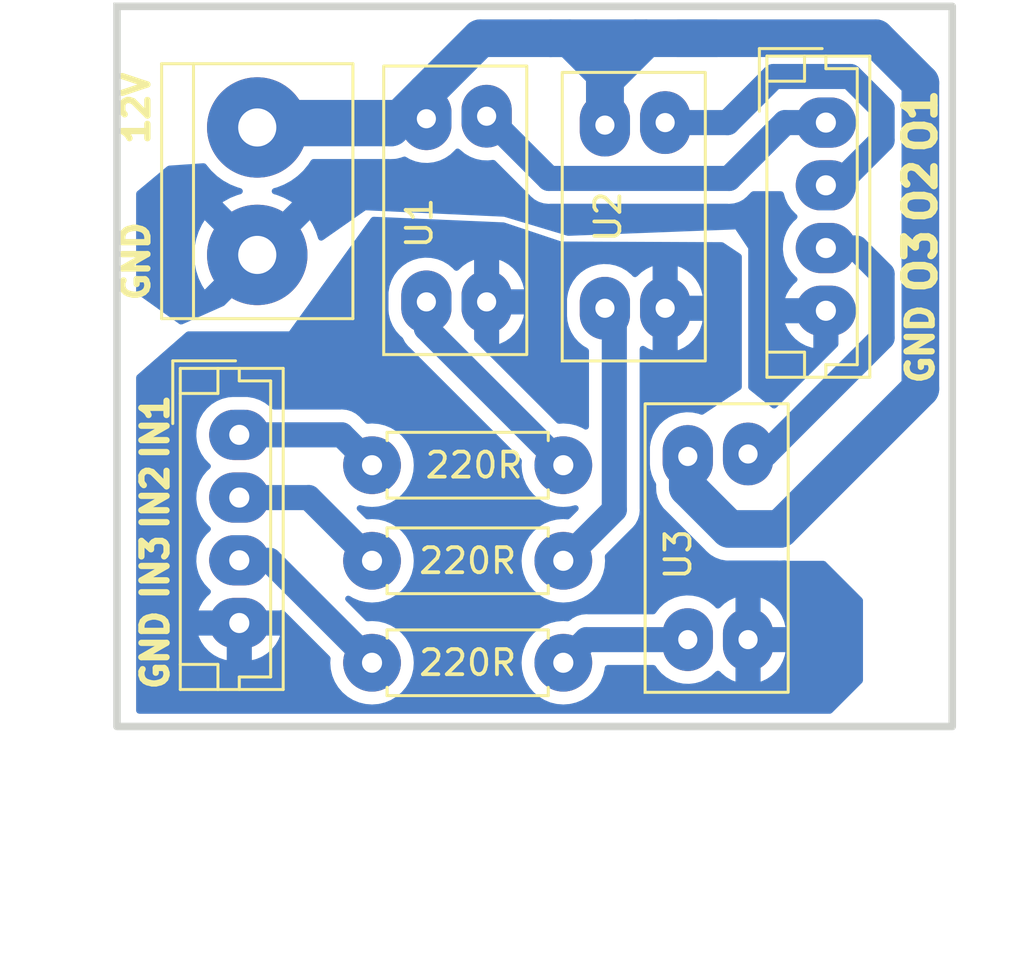
<source format=kicad_pcb>
(kicad_pcb (version 20211014) (generator pcbnew)
  (layers (0 "F.Cu" signal) (31 "B.Cu" signal) (34 "B.Paste" user) (35 "F.Paste" user) (36 "B.SilkS" user "B.Silkscreen") (37 "F.SilkS" user "F.Silkscreen") (38 "B.Mask" user) (39 "F.Mask" user) (44 "Edge.Cuts" user))
  (net 0 "")
  (net 1 "GND")
  (net 2 "/numi3")
  (net 3 "/numi2")
  (net 4 "/numi1")
  (net 5 "/numo3")
  (net 6 "/numo2")
  (net 7 "/numo1")
  (net 8 "/12v")
  (net 9 "Net-(J1-Pad3)")
  (net 10 "Net-(J1-Pad2)")
  (net 11 "Net-(J1-Pad1)")
  (footprint "MY_LIB:bornier2" (layer "F.Cu") (at 100.584 45.974 -90)
    (fp_text reference "J3" hide)
    (fp_text value "Conn_01x02_Male")
    (fp_line (start -2.54 3.81) (end 7.62 3.81) (layer "F.SilkS") (width 0.12))
    (fp_line (start 7.62 -3.81) (end -2.54 -3.81) (layer "F.SilkS") (width 0.12))
    (fp_line (start 7.62 2.54) (end -2.54 2.54) (layer "F.SilkS") (width 0.12))
    (fp_line (start 7.62 3.81) (end 7.62 -3.81) (layer "F.SilkS") (width 0.12))
    (fp_line (start -2.54 -3.81) (end -2.54 3.81) (layer "F.SilkS") (width 0.12))
    (pad "1" thru_hole circle locked (at 0 0 270) (size 4 4) (drill 1.52) (layers *.Cu *.Mask) (net 8 "/12v"))
    (pad "2" thru_hole circle locked (at 5.08 0 270) (size 4 4) (drill 1.52) (layers *.Cu *.Mask) (net 1 "GND"))
  )
  (footprint "MY_LIB:Resistor_small" (layer "F.Cu") (at 105.156 59.436)
    (fp_text reference "220R" (at 4.064 0) (layer "F.SilkS"))
    (fp_text value "R")
    (fp_line (start 0.6 -1.31) (end 7.02 -1.31) (layer "F.SilkS") (width 0.12))
    (fp_line (start 0.6 0.98) (end 0.6 1.31) (layer "F.SilkS") (width 0.12))
    (fp_line (start 7.02 -1.31) (end 7.02 -0.98) (layer "F.SilkS") (width 0.12))
    (fp_line (start 0.6 -0.98) (end 0.6 -1.31) (layer "F.SilkS") (width 0.12))
    (fp_line (start 0.6 1.31) (end 7.02 1.31) (layer "F.SilkS") (width 0.12))
    (fp_line (start 7.02 1.31) (end 7.02 0.98) (layer "F.SilkS") (width 0.12))
    (pad "1" thru_hole circle locked (at 0 0) (size 2.3 2.3) (drill 0.8) (layers *.Cu *.Mask) (net 11 "Net-(J1-Pad1)"))
    (pad "2" thru_hole circle locked (at 7.62 0) (size 2.3 2.3) (drill 0.8) (layers *.Cu *.Mask) (net 4 "/numi1"))
  )
  (footprint "MY_LIB:Resistor_small" (layer "F.Cu") (at 105.156 67.31)
    (fp_text reference "220R" (at 3.81 0) (layer "F.SilkS"))
    (fp_text value "R")
    (fp_line (start 0.6 -1.31) (end 7.02 -1.31) (layer "F.SilkS") (width 0.12))
    (fp_line (start 7.02 -1.31) (end 7.02 -0.98) (layer "F.SilkS") (width 0.12))
    (fp_line (start 0.6 -0.98) (end 0.6 -1.31) (layer "F.SilkS") (width 0.12))
    (fp_line (start 0.6 1.31) (end 7.02 1.31) (layer "F.SilkS") (width 0.12))
    (fp_line (start 0.6 0.98) (end 0.6 1.31) (layer "F.SilkS") (width 0.12))
    (fp_line (start 7.02 1.31) (end 7.02 0.98) (layer "F.SilkS") (width 0.12))
    (pad "1" thru_hole circle locked (at 0 0) (size 2.3 2.3) (drill 0.8) (layers *.Cu *.Mask) (net 9 "Net-(J1-Pad3)"))
    (pad "2" thru_hole circle locked (at 7.62 0) (size 2.3 2.3) (drill 0.8) (layers *.Cu *.Mask) (net 2 "/numi3"))
  )
  (footprint "MY_LIB:jst_4" (layer "F.Cu") (at 99.868 58.226 -90)
    (fp_text reference "J1" hide)
    (fp_text value "Conn_01x04_Male")
    (fp_line (start -2.15 -1.25) (end 9.65 -1.25) (layer "F.SilkS") (width 0.12))
    (fp_line (start 10.15 -1.75) (end -2.65 -1.75) (layer "F.SilkS") (width 0.12))
    (fp_line (start -2.65 0) (end -2.15 0) (layer "F.SilkS") (width 0.12))
    (fp_line (start -2.65 2.35) (end 10.15 2.35) (layer "F.SilkS") (width 0.12))
    (fp_line (start -2.65 -1.75) (end -2.65 2.35) (layer "F.SilkS") (width 0.12))
    (fp_line (start -2.95 2.65) (end -0.45 2.65) (layer "F.SilkS") (width 0.12))
    (fp_line (start 9.15 0.85) (end 9.15 2.35) (layer "F.SilkS") (width 0.12))
    (fp_line (start -1.65 0.85) (end -1.65 2.35) (layer "F.SilkS") (width 0.12))
    (fp_line (start 10.15 2.35) (end 10.15 -1.75) (layer "F.SilkS") (width 0.12))
    (fp_line (start 9.65 -1.25) (end 9.65 0) (layer "F.SilkS") (width 0.12))
    (fp_line (start 9.65 0) (end 10.15 0) (layer "F.SilkS") (width 0.12))
    (fp_line (start 10.15 0.85) (end 9.15 0.85) (layer "F.SilkS") (width 0.12))
    (fp_line (start -2.15 0) (end -2.15 -1.25) (layer "F.SilkS") (width 0.12))
    (fp_line (start -2.65 0.85) (end -1.65 0.85) (layer "F.SilkS") (width 0.12))
    (fp_line (start -2.95 0.15) (end -2.95 2.65) (layer "F.SilkS") (width 0.12))
    (pad "1" thru_hole oval locked (at 0 0 270) (size 2 2.4) (drill 0.8) (layers *.Cu *.Mask) (net 11 "Net-(J1-Pad1)"))
    (pad "2" thru_hole oval locked (at 2.5 0 270) (size 2 2.4) (drill 0.8) (layers *.Cu *.Mask) (net 10 "Net-(J1-Pad2)"))
    (pad "3" thru_hole oval locked (at 5 0 270) (size 2 2.4) (drill 0.8) (layers *.Cu *.Mask) (net 9 "Net-(J1-Pad3)"))
    (pad "4" thru_hole oval locked (at 7.5 0 270) (size 2 2.4) (drill 0.8) (layers *.Cu *.Mask) (net 1 "GND"))
  )
  (footprint "optocoupler:U" (layer "F.Cu") (at 112.121 50.026 90)
    (fp_text reference "U1" (at 0.242 -5.08 90 unlocked) (layer "F.SilkS"))
    (fp_text value "NSL-32")
    (fp_rect (start -5 -6.5) (end 6.5 -0.8) (layer "F.SilkS") (width 0.12) (fill none))
    (pad "1" thru_hole oval (at -2.9 -4.8 90) (size 2.5 2) (drill 0.762) (layers *.Cu *.Mask) (net 4 "/numi1"))
    (pad "2" thru_hole oval (at -2.9 -2.4 90) (size 2.5 2) (drill 0.762) (layers *.Cu *.Mask) (net 1 "GND"))
    (pad "3" thru_hole oval (at 4.5 -2.4 90) (size 2.5 2) (drill 0.762) (layers *.Cu *.Mask) (net 7 "/numo1"))
    (pad "4" thru_hole oval (at 4.4 -4.8 90) (size 2.5 2) (drill 0.762) (layers *.Cu *.Mask) (net 8 "/12v"))
  )
  (footprint "MY_LIB:Resistor_small" (layer "F.Cu") (at 105.156 63.246)
    (fp_text reference "220R" (at 3.81 0) (layer "F.SilkS"))
    (fp_text value "R")
    (fp_line (start 7.02 -1.31) (end 7.02 -0.98) (layer "F.SilkS") (width 0.12))
    (fp_line (start 0.6 0.98) (end 0.6 1.31) (layer "F.SilkS") (width 0.12))
    (fp_line (start 7.02 1.31) (end 7.02 0.98) (layer "F.SilkS") (width 0.12))
    (fp_line (start 0.6 -0.98) (end 0.6 -1.31) (layer "F.SilkS") (width 0.12))
    (fp_line (start 0.6 -1.31) (end 7.02 -1.31) (layer "F.SilkS") (width 0.12))
    (fp_line (start 0.6 1.31) (end 7.02 1.31) (layer "F.SilkS") (width 0.12))
    (pad "1" thru_hole circle locked (at 0 0) (size 2.3 2.3) (drill 0.8) (layers *.Cu *.Mask) (net 10 "Net-(J1-Pad2)"))
    (pad "2" thru_hole circle locked (at 7.62 0) (size 2.3 2.3) (drill 0.8) (layers *.Cu *.Mask) (net 3 "/numi2"))
  )
  (footprint "optocoupler:U" (layer "F.Cu") (at 122.535 63.488 90)
    (fp_text reference "U3" (at 0.496 -5.187 90 unlocked) (layer "F.SilkS"))
    (fp_text value "NSL-32")
    (fp_rect (start -5 -6.5) (end 6.5 -0.8) (layer "F.SilkS") (width 0.12) (fill none))
    (pad "1" thru_hole oval (at -2.9 -4.8 90) (size 2.5 2) (drill 0.762) (layers *.Cu *.Mask) (net 2 "/numi3"))
    (pad "2" thru_hole oval (at -2.9 -2.4 90) (size 2.5 2) (drill 0.762) (layers *.Cu *.Mask) (net 1 "GND"))
    (pad "3" thru_hole oval (at 4.5 -2.4 90) (size 2.5 2) (drill 0.762) (layers *.Cu *.Mask) (net 5 "/numo3"))
    (pad "4" thru_hole oval (at 4.4 -4.8 90) (size 2.5 2) (drill 0.762) (layers *.Cu *.Mask) (net 8 "/12v"))
  )
  (footprint "optocoupler:U" (layer "F.Cu") (at 119.233 50.28 90)
    (fp_text reference "U2" (at 0.75 -4.679 90 unlocked) (layer "F.SilkS"))
    (fp_text value "NSL-32")
    (fp_rect (start -5 -6.5) (end 6.5 -0.8) (layer "F.SilkS") (width 0.12) (fill none))
    (pad "1" thru_hole oval (at -2.9 -4.8 90) (size 2.5 2) (drill 0.762) (layers *.Cu *.Mask) (net 3 "/numi2"))
    (pad "2" thru_hole oval (at -2.9 -2.4 90) (size 2.5 2) (drill 0.762) (layers *.Cu *.Mask) (net 1 "GND"))
    (pad "3" thru_hole oval (at 4.5 -2.4 90) (size 2.5 2) (drill 0.762) (layers *.Cu *.Mask) (net 6 "/numo2"))
    (pad "4" thru_hole oval (at 4.4 -4.8 90) (size 2.5 2) (drill 0.762) (layers *.Cu *.Mask) (net 8 "/12v"))
  )
  (footprint "MY_LIB:jst_4" (layer "F.Cu") (at 123.236 45.78 -90)
    (fp_text reference "J2" hide)
    (fp_text value "Conn_01x04_Male")
    (fp_line (start 10.15 0.85) (end 9.15 0.85) (layer "F.SilkS") (width 0.12))
    (fp_line (start -2.95 2.65) (end -0.45 2.65) (layer "F.SilkS") (width 0.12))
    (fp_line (start -2.15 0) (end -2.15 -1.25) (layer "F.SilkS") (width 0.12))
    (fp_line (start 9.15 0.85) (end 9.15 2.35) (layer "F.SilkS") (width 0.12))
    (fp_line (start -2.65 2.35) (end 10.15 2.35) (layer "F.SilkS") (width 0.12))
    (fp_line (start 10.15 2.35) (end 10.15 -1.75) (layer "F.SilkS") (width 0.12))
    (fp_line (start 9.65 0) (end 10.15 0) (layer "F.SilkS") (width 0.12))
    (fp_line (start -2.15 -1.25) (end 9.65 -1.25) (layer "F.SilkS") (width 0.12))
    (fp_line (start -2.65 -1.75) (end -2.65 2.35) (layer "F.SilkS") (width 0.12))
    (fp_line (start -2.65 0.85) (end -1.65 0.85) (layer "F.SilkS") (width 0.12))
    (fp_line (start -2.65 0) (end -2.15 0) (layer "F.SilkS") (width 0.12))
    (fp_line (start -1.65 0.85) (end -1.65 2.35) (layer "F.SilkS") (width 0.12))
    (fp_line (start -2.95 0.15) (end -2.95 2.65) (layer "F.SilkS") (width 0.12))
    (fp_line (start 9.65 -1.25) (end 9.65 0) (layer "F.SilkS") (width 0.12))
    (fp_line (start 10.15 -1.75) (end -2.65 -1.75) (layer "F.SilkS") (width 0.12))
    (pad "1" thru_hole oval locked (at 0 0 270) (size 2 2.4) (drill 0.8) (layers *.Cu *.Mask) (net 7 "/numo1"))
    (pad "2" thru_hole oval locked (at 2.5 0 270) (size 2 2.4) (drill 0.8) (layers *.Cu *.Mask) (net 6 "/numo2"))
    (pad "3" thru_hole oval locked (at 5 0 270) (size 2 2.4) (drill 0.8) (layers *.Cu *.Mask) (net 5 "/numo3"))
    (pad "4" thru_hole oval locked (at 7.5 0 270) (size 2 2.4) (drill 0.8) (layers *.Cu *.Mask) (net 1 "GND"))
  )
  (gr_rect (start 94.996 41.148) (end 128.27 69.85) (layer "Edge.Cuts") (width 0.3) (fill none))
  (gr_text "IN1\n" (at 96.52 57.912 90) (layer "F.SilkS") (effects (font (size 1 1) (thickness 0.25))))
  (gr_text "GND" (at 96.52 66.802 90) (layer "F.SilkS") (effects (font (size 1 1) (thickness 0.25))))
  (gr_text "GND" (at 95.758 51.308 90) (layer "F.SilkS") (effects (font (size 1 1) (thickness 0.25))))
  (gr_text "IN2" (at 96.52 60.706 90) (layer "F.SilkS") (effects (font (size 1 1) (thickness 0.25))))
  (gr_text "GND" (at 127 54.61 90) (layer "F.SilkS") (effects (font (size 1 1) (thickness 0.25))))
  (gr_text "O1" (at 127 45.72 90) (layer "F.SilkS") (effects (font (size 1.2 1.2) (thickness 0.3))))
  (gr_text "O3" (at 127 51.308 90) (layer "F.SilkS") (effects (font (size 1.2 1.2) (thickness 0.3))))
  (gr_text "IN3" (at 96.52 63.5 90) (layer "F.SilkS") (effects (font (size 1 1) (thickness 0.25))))
  (gr_text "12V" (at 95.758 45.212 90) (layer "F.SilkS") (effects (font (size 1 1) (thickness 0.25))))
  (gr_text "O2" (at 127 48.514 90) (layer "F.SilkS") (effects (font (size 1.2 1.2) (thickness 0.3))))
  (segment (start 113.698 66.388) (end 112.776 67.31) (width 1) (layer "B.Cu") (net 2))
  (segment (start 117.735 66.388) (end 113.698 66.388) (width 1) (layer "B.Cu") (net 2))
  (segment (start 114.808 61.214) (end 112.776 63.246) (width 1) (layer "B.Cu") (net 3))
  (segment (start 114.433 53.18) (end 114.808 53.555) (width 1) (layer "B.Cu") (net 3))
  (segment (start 114.808 53.555) (end 114.808 61.214) (width 1) (layer "B.Cu") (net 3))
  (segment (start 107.321 52.926) (end 107.321 53.981) (width 1) (layer "B.Cu") (net 4))
  (segment (start 107.321 53.981) (end 112.776 59.436) (width 1) (layer "B.Cu") (net 4))
  (segment (start 125.476 54.356) (end 120.844 58.988) (width 1) (layer "B.Cu") (net 5))
  (segment (start 120.844 58.988) (end 120.135 58.988) (width 1) (layer "B.Cu") (net 5))
  (segment (start 124.44 50.78) (end 125.476 51.816) (width 1) (layer "B.Cu") (net 5))
  (segment (start 123.236 50.78) (end 124.44 50.78) (width 1) (layer "B.Cu") (net 5))
  (segment (start 125.476 51.816) (end 125.476 54.356) (width 1) (layer "B.Cu") (net 5))
  (segment (start 121.158 43.942) (end 124.206 43.942) (width 1) (layer "B.Cu") (net 6))
  (segment (start 119.32 45.78) (end 121.158 43.942) (width 1) (layer "B.Cu") (net 6))
  (segment (start 125.476 45.212) (end 125.476 46.482) (width 1) (layer "B.Cu") (net 6))
  (segment (start 124.206 43.942) (end 125.476 45.212) (width 1) (layer "B.Cu") (net 6))
  (segment (start 123.678 48.28) (end 123.236 48.28) (width 1) (layer "B.Cu") (net 6))
  (segment (start 125.476 46.482) (end 123.678 48.28) (width 1) (layer "B.Cu") (net 6))
  (segment (start 116.833 45.78) (end 119.32 45.78) (width 1) (layer "B.Cu") (net 6))
  (segment (start 119.38 48.006) (end 121.606 45.78) (width 1) (layer "B.Cu") (net 7))
  (segment (start 121.606 45.78) (end 123.236 45.78) (width 1) (layer "B.Cu") (net 7))
  (segment (start 109.721 45.526) (end 112.201 48.006) (width 1) (layer "B.Cu") (net 7))
  (segment (start 112.201 48.006) (end 119.38 48.006) (width 1) (layer "B.Cu") (net 7))
  (segment (start 119.38 61.976) (end 117.735 60.331) (width 1.5) (layer "B.Cu") (net 8))
  (segment (start 125.222 42.418) (end 127 44.196) (width 1.5) (layer "B.Cu") (net 8))
  (segment (start 114.433 44.063) (end 114.433 45.88) (width 1.5) (layer "B.Cu") (net 8))
  (segment (start 115.645 42.418) (end 118.872 42.418) (width 1.5) (layer "B.Cu") (net 8))
  (segment (start 105.918 45.974) (end 107.321 44.571) (width 1.5) (layer "B.Cu") (net 8))
  (segment (start 100.584 45.974) (end 100.932 45.626) (width 1.5) (layer "B.Cu") (net 8))
  (segment (start 127 44.196) (end 127 56.388) (width 1.5) (layer "B.Cu") (net 8))
  (segment (start 109.474 42.418) (end 112.268 42.418) (width 1.5) (layer "B.Cu") (net 8))
  (segment (start 107.321 44.571) (end 109.474 42.418) (width 1.5) (layer "B.Cu") (net 8))
  (segment (start 100.932 45.626) (end 107.321 45.626) (width 1.5) (layer "B.Cu") (net 8))
  (segment (start 112.268 42.418) (end 116.078 42.418) (width 1.5) (layer "B.Cu") (net 8))
  (segment (start 107.321 45.626) (end 107.321 44.571) (width 1.5) (layer "B.Cu") (net 8))
  (segment (start 100.584 45.974) (end 105.918 45.974) (width 1.5) (layer "B.Cu") (net 8))
  (segment (start 127 56.388) (end 121.412 61.976) (width 1.5) (layer "B.Cu") (net 8))
  (segment (start 114.433 43.63) (end 115.645 42.418) (width 1.5) (layer "B.Cu") (net 8))
  (segment (start 116.078 42.418) (end 114.433 44.063) (width 1.5) (layer "B.Cu") (net 8))
  (segment (start 114.433 43.821) (end 114.433 45.88) (width 1.5) (layer "B.Cu") (net 8))
  (segment (start 113.03 42.418) (end 114.433 43.821) (width 1.5) (layer "B.Cu") (net 8))
  (segment (start 117.348 42.418) (end 125.222 42.418) (width 1.5) (layer "B.Cu") (net 8))
  (segment (start 114.433 45.88) (end 114.433 43.63) (width 1.5) (layer "B.Cu") (net 8))
  (segment (start 112.268 42.418) (end 113.03 42.418) (width 1.5) (layer "B.Cu") (net 8))
  (segment (start 121.412 61.976) (end 119.38 61.976) (width 1.5) (layer "B.Cu") (net 8))
  (segment (start 117.735 60.331) (end 117.735 59.088) (width 1.5) (layer "B.Cu") (net 8))
  (segment (start 101.072 63.226) (end 105.156 67.31) (width 1) (layer "B.Cu") (net 9))
  (segment (start 99.868 63.226) (end 101.072 63.226) (width 1) (layer "B.Cu") (net 9))
  (segment (start 102.636 60.726) (end 105.156 63.246) (width 1) (layer "B.Cu") (net 10))
  (segment (start 99.868 60.726) (end 102.636 60.726) (width 1) (layer "B.Cu") (net 10))
  (segment (start 99.868 58.226) (end 103.946 58.226) (width 1) (layer "B.Cu") (net 11))
  (segment (start 103.946 58.226) (end 105.156 59.436) (width 1) (layer "B.Cu") (net 11))
  (zone (net 0) (net_name "") (layer "B.Cu") (connect_pads (clearance 0)) (min_thickness 0.254)
    (keepout (tracks not_allowed) (vias not_allowed) (pads not_allowed) (copperpour not_allowed) (footprints allowed))
    (fill (thermal_gap 0.508) (thermal_bridge_width 1))
    (polygon (pts (xy 107.95 46.736) (xy 97.028 47.498) (xy 95.504 48.768) (xy 95.25 41.148) (xy 109.982 40.894)))
  )
  (zone (net 0) (net_name "") (layer "B.Cu") (connect_pads (clearance 0)) (min_thickness 0.254)
    (keepout (tracks not_allowed) (vias not_allowed) (pads not_allowed) (copperpour not_allowed) (footprints allowed))
    (fill (thermal_gap 0.508) (thermal_bridge_width 1))
    (polygon (pts (xy 128.524 69.85) (xy 122.682 70.104) (xy 124.714 68.072) (xy 124.714 64.77) (xy 123.19 63.246) (xy 121.666 63.246) (xy 128.016 57.15)))
  )
  (zone (net 0) (net_name "") (layer "B.Cu") (connect_pads (clearance 0)) (min_thickness 0.254)
    (keepout (tracks not_allowed) (vias not_allowed) (pads not_allowed) (copperpour not_allowed) (footprints allowed))
    (fill (thermal_gap 0.508) (thermal_bridge_width 1))
    (polygon (pts (xy 121.92 48.514) (xy 119.888 48.514) (xy 120.142 48.006) (xy 123.444 45.974)))
  )
  (zone (net 0) (net_name "") (layer "B.Cu") (connect_pads (clearance 0)) (min_thickness 0.254)
    (keepout (tracks not_allowed) (vias not_allowed) (pads not_allowed) (copperpour not_allowed) (footprints allowed))
    (fill (thermal_gap 0.508) (thermal_bridge_width 1))
    (polygon (pts (xy 112.953101 50.294333) (xy 119.634 50.038) (xy 120.142 50.8) (xy 120.142 56.388) (xy 121.412 57.404) (xy 118.364 57.404) (xy 119.888 56.388) (xy 119.888 51.054) (xy 119.126 50.546) (xy 112.6998 50.5206) (xy 110.4138 49.7586) (xy 105.156 49.53) (xy 101.854 54.102) (xy 97.79 54.102) (xy 95.758 55.88) (xy 95.758 52.578) (xy 97.536 53.848) (xy 99.822 52.832) (xy 104.902 49.276) (xy 110.413101 49.532333)))
  )
  (zone (net 1) (net_name "GND") (layer "B.Cu") (connect_pads (clearance 0.508)) (min_thickness 0.254) (fill yes (thermal_gap 0.508) (thermal_bridge_width 1))
    (polygon (pts (xy 128.27 69.85) (xy 95.758 69.85) (xy 95.758 41.148) (xy 128.27 41.148)))
  )
)
</source>
